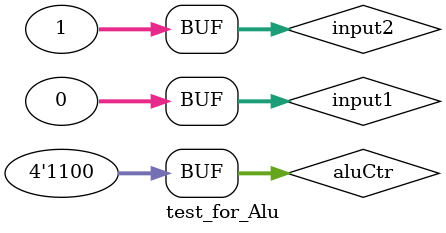
<source format=v>
`timescale 1ns / 1ps


module test_for_Alu;

	// Inputs
	reg [31:0] input1;
	reg [31:0] input2;
	reg [3:0] aluCtr;

	// Outputs
	wire zero;
	wire [31:0] aluRes;

	// Instantiate the Unit Under Test (UUT)
	Alu uut (
		.input1(input1), 
		.input2(input2), 
		.aluCtr(aluCtr), 
		.zero(zero), 
		.aluRes(aluRes)
	);

	initial begin
		// Initialize Inputs
		input1 = 0;
		input2 = 0;
		aluCtr = 0;


		// Wait 100 ns for global reset to finish
		#100;
        
		// Add stimulus here
		#100; input1 = 255; input2 = 170; aluCtr = 4'b0000;
		#100; input1 = 255; input2 = 170; aluCtr = 4'b0001;
		#100; input1 = 1; input2 = 1; aluCtr = 4'b0010;
		#100; input1 = 255; input2 = 170; aluCtr = 4'b0110;
		#100; input1 = 1; input2 = 1; aluCtr = 4'b0110;
		#100; input1 = 255; input2 = 170; aluCtr = 4'b0111;
		#100; input1 = 170; input2 = 255; aluCtr = 4'b0111;
		#100; input1 = 0; input2 = 1; aluCtr = 4'b1100;
		#300;
	end
      
endmodule


</source>
